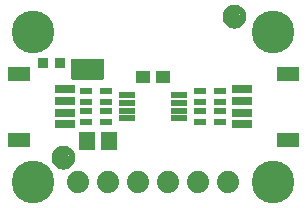
<source format=gbr>
G04 EAGLE Gerber RS-274X export*
G75*
%MOMM*%
%FSLAX34Y34*%
%LPD*%
%INSoldermask Top*%
%IPPOS*%
%AMOC8*
5,1,8,0,0,1.08239X$1,22.5*%
G01*
%ADD10R,1.341600X1.601600*%
%ADD11R,1.176600X1.101600*%
%ADD12R,1.001600X0.551600*%
%ADD13C,1.879600*%
%ADD14C,3.617600*%
%ADD15R,1.651600X0.701600*%
%ADD16R,1.901600X1.301600*%
%ADD17C,1.101600*%
%ADD18C,0.500000*%
%ADD19R,0.901600X0.901600*%
%ADD20R,1.401600X0.501600*%

G36*
X83938Y111776D02*
X83938Y111776D01*
X84057Y111783D01*
X84095Y111796D01*
X84136Y111801D01*
X84246Y111844D01*
X84359Y111881D01*
X84394Y111903D01*
X84431Y111918D01*
X84527Y111988D01*
X84628Y112051D01*
X84656Y112081D01*
X84689Y112104D01*
X84765Y112196D01*
X84846Y112283D01*
X84866Y112318D01*
X84891Y112349D01*
X84942Y112457D01*
X85000Y112561D01*
X85010Y112601D01*
X85027Y112637D01*
X85049Y112754D01*
X85079Y112869D01*
X85083Y112930D01*
X85087Y112950D01*
X85085Y112970D01*
X85089Y113030D01*
X85089Y128270D01*
X85074Y128388D01*
X85067Y128507D01*
X85054Y128545D01*
X85049Y128586D01*
X85006Y128696D01*
X84969Y128809D01*
X84947Y128844D01*
X84932Y128881D01*
X84863Y128977D01*
X84799Y129078D01*
X84769Y129106D01*
X84746Y129139D01*
X84654Y129215D01*
X84567Y129296D01*
X84532Y129316D01*
X84501Y129341D01*
X84393Y129392D01*
X84289Y129450D01*
X84249Y129460D01*
X84213Y129477D01*
X84096Y129499D01*
X83981Y129529D01*
X83921Y129533D01*
X83901Y129537D01*
X83880Y129535D01*
X83820Y129539D01*
X58420Y129539D01*
X58302Y129524D01*
X58183Y129517D01*
X58145Y129504D01*
X58104Y129499D01*
X57994Y129456D01*
X57881Y129419D01*
X57846Y129397D01*
X57809Y129382D01*
X57713Y129313D01*
X57612Y129249D01*
X57584Y129219D01*
X57551Y129196D01*
X57476Y129104D01*
X57394Y129017D01*
X57374Y128982D01*
X57349Y128951D01*
X57298Y128843D01*
X57240Y128739D01*
X57230Y128699D01*
X57213Y128663D01*
X57191Y128546D01*
X57161Y128431D01*
X57157Y128371D01*
X57153Y128351D01*
X57154Y128344D01*
X57153Y128341D01*
X57154Y128326D01*
X57151Y128270D01*
X57151Y113030D01*
X57166Y112912D01*
X57173Y112793D01*
X57186Y112755D01*
X57191Y112714D01*
X57234Y112604D01*
X57271Y112491D01*
X57293Y112456D01*
X57308Y112419D01*
X57378Y112323D01*
X57441Y112222D01*
X57471Y112194D01*
X57494Y112161D01*
X57586Y112086D01*
X57673Y112004D01*
X57708Y111984D01*
X57739Y111959D01*
X57847Y111908D01*
X57951Y111850D01*
X57991Y111840D01*
X58027Y111823D01*
X58144Y111801D01*
X58259Y111771D01*
X58320Y111767D01*
X58340Y111763D01*
X58360Y111765D01*
X58420Y111761D01*
X83820Y111761D01*
X83938Y111776D01*
G37*
D10*
X70510Y59690D03*
X89510Y59690D03*
D11*
X135500Y114300D03*
X118500Y114300D03*
D12*
X87240Y101900D03*
X70240Y101900D03*
X87240Y92900D03*
X87240Y84900D03*
X87240Y75900D03*
X70240Y75900D03*
X70240Y92900D03*
X70240Y84900D03*
D13*
X63500Y25400D03*
X88900Y25400D03*
X114300Y25400D03*
X139700Y25400D03*
X165100Y25400D03*
X190500Y25400D03*
D14*
X25400Y152400D03*
X228600Y152400D03*
D15*
X202190Y83900D03*
X202190Y93900D03*
X202190Y73900D03*
X202190Y103900D03*
D16*
X241190Y60900D03*
X241190Y116900D03*
D15*
X51810Y93900D03*
X51810Y83900D03*
X51810Y103900D03*
X51810Y73900D03*
D16*
X12810Y116900D03*
X12810Y60900D03*
D17*
X50800Y45720D03*
D18*
X50800Y53220D02*
X50619Y53218D01*
X50438Y53211D01*
X50257Y53200D01*
X50076Y53185D01*
X49896Y53165D01*
X49716Y53141D01*
X49537Y53113D01*
X49359Y53080D01*
X49182Y53043D01*
X49005Y53002D01*
X48830Y52957D01*
X48655Y52907D01*
X48482Y52853D01*
X48311Y52795D01*
X48140Y52733D01*
X47972Y52666D01*
X47805Y52596D01*
X47639Y52522D01*
X47476Y52443D01*
X47315Y52361D01*
X47155Y52275D01*
X46998Y52185D01*
X46843Y52091D01*
X46690Y51994D01*
X46540Y51892D01*
X46392Y51788D01*
X46246Y51679D01*
X46104Y51568D01*
X45964Y51452D01*
X45827Y51334D01*
X45692Y51212D01*
X45561Y51087D01*
X45433Y50959D01*
X45308Y50828D01*
X45186Y50693D01*
X45068Y50556D01*
X44952Y50416D01*
X44841Y50274D01*
X44732Y50128D01*
X44628Y49980D01*
X44526Y49830D01*
X44429Y49677D01*
X44335Y49522D01*
X44245Y49365D01*
X44159Y49205D01*
X44077Y49044D01*
X43998Y48881D01*
X43924Y48715D01*
X43854Y48548D01*
X43787Y48380D01*
X43725Y48209D01*
X43667Y48038D01*
X43613Y47865D01*
X43563Y47690D01*
X43518Y47515D01*
X43477Y47338D01*
X43440Y47161D01*
X43407Y46983D01*
X43379Y46804D01*
X43355Y46624D01*
X43335Y46444D01*
X43320Y46263D01*
X43309Y46082D01*
X43302Y45901D01*
X43300Y45720D01*
X50800Y53220D02*
X50981Y53218D01*
X51162Y53211D01*
X51343Y53200D01*
X51524Y53185D01*
X51704Y53165D01*
X51884Y53141D01*
X52063Y53113D01*
X52241Y53080D01*
X52418Y53043D01*
X52595Y53002D01*
X52770Y52957D01*
X52945Y52907D01*
X53118Y52853D01*
X53289Y52795D01*
X53460Y52733D01*
X53628Y52666D01*
X53795Y52596D01*
X53961Y52522D01*
X54124Y52443D01*
X54285Y52361D01*
X54445Y52275D01*
X54602Y52185D01*
X54757Y52091D01*
X54910Y51994D01*
X55060Y51892D01*
X55208Y51788D01*
X55354Y51679D01*
X55496Y51568D01*
X55636Y51452D01*
X55773Y51334D01*
X55908Y51212D01*
X56039Y51087D01*
X56167Y50959D01*
X56292Y50828D01*
X56414Y50693D01*
X56532Y50556D01*
X56648Y50416D01*
X56759Y50274D01*
X56868Y50128D01*
X56972Y49980D01*
X57074Y49830D01*
X57171Y49677D01*
X57265Y49522D01*
X57355Y49365D01*
X57441Y49205D01*
X57523Y49044D01*
X57602Y48881D01*
X57676Y48715D01*
X57746Y48548D01*
X57813Y48380D01*
X57875Y48209D01*
X57933Y48038D01*
X57987Y47865D01*
X58037Y47690D01*
X58082Y47515D01*
X58123Y47338D01*
X58160Y47161D01*
X58193Y46983D01*
X58221Y46804D01*
X58245Y46624D01*
X58265Y46444D01*
X58280Y46263D01*
X58291Y46082D01*
X58298Y45901D01*
X58300Y45720D01*
X58298Y45539D01*
X58291Y45358D01*
X58280Y45177D01*
X58265Y44996D01*
X58245Y44816D01*
X58221Y44636D01*
X58193Y44457D01*
X58160Y44279D01*
X58123Y44102D01*
X58082Y43925D01*
X58037Y43750D01*
X57987Y43575D01*
X57933Y43402D01*
X57875Y43231D01*
X57813Y43060D01*
X57746Y42892D01*
X57676Y42725D01*
X57602Y42559D01*
X57523Y42396D01*
X57441Y42235D01*
X57355Y42075D01*
X57265Y41918D01*
X57171Y41763D01*
X57074Y41610D01*
X56972Y41460D01*
X56868Y41312D01*
X56759Y41166D01*
X56648Y41024D01*
X56532Y40884D01*
X56414Y40747D01*
X56292Y40612D01*
X56167Y40481D01*
X56039Y40353D01*
X55908Y40228D01*
X55773Y40106D01*
X55636Y39988D01*
X55496Y39872D01*
X55354Y39761D01*
X55208Y39652D01*
X55060Y39548D01*
X54910Y39446D01*
X54757Y39349D01*
X54602Y39255D01*
X54445Y39165D01*
X54285Y39079D01*
X54124Y38997D01*
X53961Y38918D01*
X53795Y38844D01*
X53628Y38774D01*
X53460Y38707D01*
X53289Y38645D01*
X53118Y38587D01*
X52945Y38533D01*
X52770Y38483D01*
X52595Y38438D01*
X52418Y38397D01*
X52241Y38360D01*
X52063Y38327D01*
X51884Y38299D01*
X51704Y38275D01*
X51524Y38255D01*
X51343Y38240D01*
X51162Y38229D01*
X50981Y38222D01*
X50800Y38220D01*
X50619Y38222D01*
X50438Y38229D01*
X50257Y38240D01*
X50076Y38255D01*
X49896Y38275D01*
X49716Y38299D01*
X49537Y38327D01*
X49359Y38360D01*
X49182Y38397D01*
X49005Y38438D01*
X48830Y38483D01*
X48655Y38533D01*
X48482Y38587D01*
X48311Y38645D01*
X48140Y38707D01*
X47972Y38774D01*
X47805Y38844D01*
X47639Y38918D01*
X47476Y38997D01*
X47315Y39079D01*
X47155Y39165D01*
X46998Y39255D01*
X46843Y39349D01*
X46690Y39446D01*
X46540Y39548D01*
X46392Y39652D01*
X46246Y39761D01*
X46104Y39872D01*
X45964Y39988D01*
X45827Y40106D01*
X45692Y40228D01*
X45561Y40353D01*
X45433Y40481D01*
X45308Y40612D01*
X45186Y40747D01*
X45068Y40884D01*
X44952Y41024D01*
X44841Y41166D01*
X44732Y41312D01*
X44628Y41460D01*
X44526Y41610D01*
X44429Y41763D01*
X44335Y41918D01*
X44245Y42075D01*
X44159Y42235D01*
X44077Y42396D01*
X43998Y42559D01*
X43924Y42725D01*
X43854Y42892D01*
X43787Y43060D01*
X43725Y43231D01*
X43667Y43402D01*
X43613Y43575D01*
X43563Y43750D01*
X43518Y43925D01*
X43477Y44102D01*
X43440Y44279D01*
X43407Y44457D01*
X43379Y44636D01*
X43355Y44816D01*
X43335Y44996D01*
X43320Y45177D01*
X43309Y45358D01*
X43302Y45539D01*
X43300Y45720D01*
D17*
X195580Y165100D03*
D18*
X195580Y172600D02*
X195399Y172598D01*
X195218Y172591D01*
X195037Y172580D01*
X194856Y172565D01*
X194676Y172545D01*
X194496Y172521D01*
X194317Y172493D01*
X194139Y172460D01*
X193962Y172423D01*
X193785Y172382D01*
X193610Y172337D01*
X193435Y172287D01*
X193262Y172233D01*
X193091Y172175D01*
X192920Y172113D01*
X192752Y172046D01*
X192585Y171976D01*
X192419Y171902D01*
X192256Y171823D01*
X192095Y171741D01*
X191935Y171655D01*
X191778Y171565D01*
X191623Y171471D01*
X191470Y171374D01*
X191320Y171272D01*
X191172Y171168D01*
X191026Y171059D01*
X190884Y170948D01*
X190744Y170832D01*
X190607Y170714D01*
X190472Y170592D01*
X190341Y170467D01*
X190213Y170339D01*
X190088Y170208D01*
X189966Y170073D01*
X189848Y169936D01*
X189732Y169796D01*
X189621Y169654D01*
X189512Y169508D01*
X189408Y169360D01*
X189306Y169210D01*
X189209Y169057D01*
X189115Y168902D01*
X189025Y168745D01*
X188939Y168585D01*
X188857Y168424D01*
X188778Y168261D01*
X188704Y168095D01*
X188634Y167928D01*
X188567Y167760D01*
X188505Y167589D01*
X188447Y167418D01*
X188393Y167245D01*
X188343Y167070D01*
X188298Y166895D01*
X188257Y166718D01*
X188220Y166541D01*
X188187Y166363D01*
X188159Y166184D01*
X188135Y166004D01*
X188115Y165824D01*
X188100Y165643D01*
X188089Y165462D01*
X188082Y165281D01*
X188080Y165100D01*
X195580Y172600D02*
X195761Y172598D01*
X195942Y172591D01*
X196123Y172580D01*
X196304Y172565D01*
X196484Y172545D01*
X196664Y172521D01*
X196843Y172493D01*
X197021Y172460D01*
X197198Y172423D01*
X197375Y172382D01*
X197550Y172337D01*
X197725Y172287D01*
X197898Y172233D01*
X198069Y172175D01*
X198240Y172113D01*
X198408Y172046D01*
X198575Y171976D01*
X198741Y171902D01*
X198904Y171823D01*
X199065Y171741D01*
X199225Y171655D01*
X199382Y171565D01*
X199537Y171471D01*
X199690Y171374D01*
X199840Y171272D01*
X199988Y171168D01*
X200134Y171059D01*
X200276Y170948D01*
X200416Y170832D01*
X200553Y170714D01*
X200688Y170592D01*
X200819Y170467D01*
X200947Y170339D01*
X201072Y170208D01*
X201194Y170073D01*
X201312Y169936D01*
X201428Y169796D01*
X201539Y169654D01*
X201648Y169508D01*
X201752Y169360D01*
X201854Y169210D01*
X201951Y169057D01*
X202045Y168902D01*
X202135Y168745D01*
X202221Y168585D01*
X202303Y168424D01*
X202382Y168261D01*
X202456Y168095D01*
X202526Y167928D01*
X202593Y167760D01*
X202655Y167589D01*
X202713Y167418D01*
X202767Y167245D01*
X202817Y167070D01*
X202862Y166895D01*
X202903Y166718D01*
X202940Y166541D01*
X202973Y166363D01*
X203001Y166184D01*
X203025Y166004D01*
X203045Y165824D01*
X203060Y165643D01*
X203071Y165462D01*
X203078Y165281D01*
X203080Y165100D01*
X203078Y164919D01*
X203071Y164738D01*
X203060Y164557D01*
X203045Y164376D01*
X203025Y164196D01*
X203001Y164016D01*
X202973Y163837D01*
X202940Y163659D01*
X202903Y163482D01*
X202862Y163305D01*
X202817Y163130D01*
X202767Y162955D01*
X202713Y162782D01*
X202655Y162611D01*
X202593Y162440D01*
X202526Y162272D01*
X202456Y162105D01*
X202382Y161939D01*
X202303Y161776D01*
X202221Y161615D01*
X202135Y161455D01*
X202045Y161298D01*
X201951Y161143D01*
X201854Y160990D01*
X201752Y160840D01*
X201648Y160692D01*
X201539Y160546D01*
X201428Y160404D01*
X201312Y160264D01*
X201194Y160127D01*
X201072Y159992D01*
X200947Y159861D01*
X200819Y159733D01*
X200688Y159608D01*
X200553Y159486D01*
X200416Y159368D01*
X200276Y159252D01*
X200134Y159141D01*
X199988Y159032D01*
X199840Y158928D01*
X199690Y158826D01*
X199537Y158729D01*
X199382Y158635D01*
X199225Y158545D01*
X199065Y158459D01*
X198904Y158377D01*
X198741Y158298D01*
X198575Y158224D01*
X198408Y158154D01*
X198240Y158087D01*
X198069Y158025D01*
X197898Y157967D01*
X197725Y157913D01*
X197550Y157863D01*
X197375Y157818D01*
X197198Y157777D01*
X197021Y157740D01*
X196843Y157707D01*
X196664Y157679D01*
X196484Y157655D01*
X196304Y157635D01*
X196123Y157620D01*
X195942Y157609D01*
X195761Y157602D01*
X195580Y157600D01*
X195399Y157602D01*
X195218Y157609D01*
X195037Y157620D01*
X194856Y157635D01*
X194676Y157655D01*
X194496Y157679D01*
X194317Y157707D01*
X194139Y157740D01*
X193962Y157777D01*
X193785Y157818D01*
X193610Y157863D01*
X193435Y157913D01*
X193262Y157967D01*
X193091Y158025D01*
X192920Y158087D01*
X192752Y158154D01*
X192585Y158224D01*
X192419Y158298D01*
X192256Y158377D01*
X192095Y158459D01*
X191935Y158545D01*
X191778Y158635D01*
X191623Y158729D01*
X191470Y158826D01*
X191320Y158928D01*
X191172Y159032D01*
X191026Y159141D01*
X190884Y159252D01*
X190744Y159368D01*
X190607Y159486D01*
X190472Y159608D01*
X190341Y159733D01*
X190213Y159861D01*
X190088Y159992D01*
X189966Y160127D01*
X189848Y160264D01*
X189732Y160404D01*
X189621Y160546D01*
X189512Y160692D01*
X189408Y160840D01*
X189306Y160990D01*
X189209Y161143D01*
X189115Y161298D01*
X189025Y161455D01*
X188939Y161615D01*
X188857Y161776D01*
X188778Y161939D01*
X188704Y162105D01*
X188634Y162272D01*
X188567Y162440D01*
X188505Y162611D01*
X188447Y162782D01*
X188393Y162955D01*
X188343Y163130D01*
X188298Y163305D01*
X188257Y163482D01*
X188220Y163659D01*
X188187Y163837D01*
X188159Y164016D01*
X188135Y164196D01*
X188115Y164376D01*
X188100Y164557D01*
X188089Y164738D01*
X188082Y164919D01*
X188080Y165100D01*
D14*
X25400Y25400D03*
X228600Y25400D03*
D19*
X33140Y125730D03*
X48140Y125730D03*
D20*
X105000Y98650D03*
X105000Y92150D03*
X105000Y85650D03*
X105000Y79150D03*
X149000Y79150D03*
X149000Y85650D03*
X149000Y92150D03*
X149000Y98650D03*
D12*
X166760Y75900D03*
X183760Y75900D03*
X166760Y84900D03*
X166760Y92900D03*
X166760Y101900D03*
X183760Y101900D03*
X183760Y84900D03*
X183760Y92900D03*
M02*

</source>
